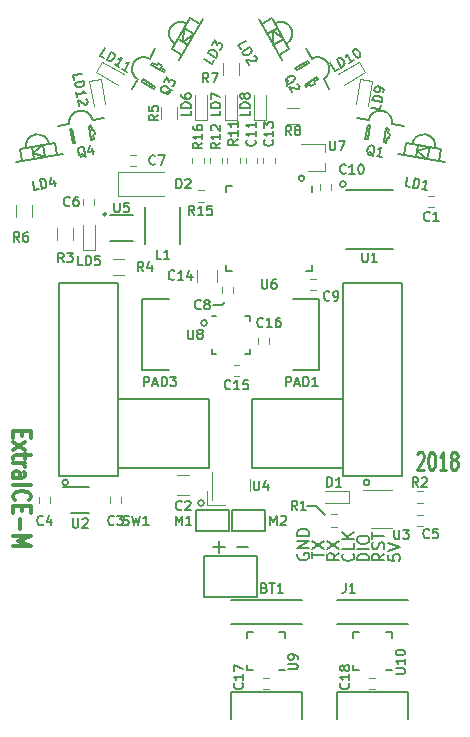
<source format=gbr>
G04 #@! TF.FileFunction,Legend,Top*
%FSLAX46Y46*%
G04 Gerber Fmt 4.6, Leading zero omitted, Abs format (unit mm)*
G04 Created by KiCad (PCBNEW 4.0.7) date 10/02/18 15:19:20*
%MOMM*%
%LPD*%
G01*
G04 APERTURE LIST*
%ADD10C,0.100000*%
%ADD11C,0.200000*%
%ADD12C,0.250000*%
%ADD13C,0.300000*%
%ADD14C,0.120000*%
%ADD15C,0.150000*%
G04 APERTURE END LIST*
D10*
D11*
X158329381Y-101139714D02*
X158329381Y-101615905D01*
X158805571Y-101663524D01*
X158757952Y-101615905D01*
X158710333Y-101520667D01*
X158710333Y-101282571D01*
X158757952Y-101187333D01*
X158805571Y-101139714D01*
X158900810Y-101092095D01*
X159138905Y-101092095D01*
X159234143Y-101139714D01*
X159281762Y-101187333D01*
X159329381Y-101282571D01*
X159329381Y-101520667D01*
X159281762Y-101615905D01*
X159234143Y-101663524D01*
X158329381Y-100806381D02*
X159329381Y-100473048D01*
X158329381Y-100139714D01*
X157995881Y-101044476D02*
X157519690Y-101377810D01*
X157995881Y-101615905D02*
X156995881Y-101615905D01*
X156995881Y-101234952D01*
X157043500Y-101139714D01*
X157091119Y-101092095D01*
X157186357Y-101044476D01*
X157329214Y-101044476D01*
X157424452Y-101092095D01*
X157472071Y-101139714D01*
X157519690Y-101234952D01*
X157519690Y-101615905D01*
X157948262Y-100663524D02*
X157995881Y-100520667D01*
X157995881Y-100282571D01*
X157948262Y-100187333D01*
X157900643Y-100139714D01*
X157805405Y-100092095D01*
X157710167Y-100092095D01*
X157614929Y-100139714D01*
X157567310Y-100187333D01*
X157519690Y-100282571D01*
X157472071Y-100473048D01*
X157424452Y-100568286D01*
X157376833Y-100615905D01*
X157281595Y-100663524D01*
X157186357Y-100663524D01*
X157091119Y-100615905D01*
X157043500Y-100568286D01*
X156995881Y-100473048D01*
X156995881Y-100234952D01*
X157043500Y-100092095D01*
X156995881Y-99806381D02*
X156995881Y-99234952D01*
X157995881Y-99520667D02*
X156995881Y-99520667D01*
X156725881Y-101615905D02*
X155725881Y-101615905D01*
X155725881Y-101377810D01*
X155773500Y-101234952D01*
X155868738Y-101139714D01*
X155963976Y-101092095D01*
X156154452Y-101044476D01*
X156297310Y-101044476D01*
X156487786Y-101092095D01*
X156583024Y-101139714D01*
X156678262Y-101234952D01*
X156725881Y-101377810D01*
X156725881Y-101615905D01*
X156725881Y-100615905D02*
X155725881Y-100615905D01*
X155725881Y-99949239D02*
X155725881Y-99758762D01*
X155773500Y-99663524D01*
X155868738Y-99568286D01*
X156059214Y-99520667D01*
X156392548Y-99520667D01*
X156583024Y-99568286D01*
X156678262Y-99663524D01*
X156725881Y-99758762D01*
X156725881Y-99949239D01*
X156678262Y-100044477D01*
X156583024Y-100139715D01*
X156392548Y-100187334D01*
X156059214Y-100187334D01*
X155868738Y-100139715D01*
X155773500Y-100044477D01*
X155725881Y-99949239D01*
X155360643Y-101044476D02*
X155408262Y-101092095D01*
X155455881Y-101234952D01*
X155455881Y-101330190D01*
X155408262Y-101473048D01*
X155313024Y-101568286D01*
X155217786Y-101615905D01*
X155027310Y-101663524D01*
X154884452Y-101663524D01*
X154693976Y-101615905D01*
X154598738Y-101568286D01*
X154503500Y-101473048D01*
X154455881Y-101330190D01*
X154455881Y-101234952D01*
X154503500Y-101092095D01*
X154551119Y-101044476D01*
X155455881Y-100139714D02*
X155455881Y-100615905D01*
X154455881Y-100615905D01*
X155455881Y-99806381D02*
X154455881Y-99806381D01*
X155455881Y-99234952D02*
X154884452Y-99663524D01*
X154455881Y-99234952D02*
X155027310Y-99806381D01*
X154185881Y-100980976D02*
X153709690Y-101314310D01*
X154185881Y-101552405D02*
X153185881Y-101552405D01*
X153185881Y-101171452D01*
X153233500Y-101076214D01*
X153281119Y-101028595D01*
X153376357Y-100980976D01*
X153519214Y-100980976D01*
X153614452Y-101028595D01*
X153662071Y-101076214D01*
X153709690Y-101171452D01*
X153709690Y-101552405D01*
X153185881Y-100647643D02*
X154185881Y-99980976D01*
X153185881Y-99980976D02*
X154185881Y-100647643D01*
X151915881Y-101441262D02*
X151915881Y-100869833D01*
X152915881Y-101155548D02*
X151915881Y-101155548D01*
X151915881Y-100631738D02*
X152915881Y-99965071D01*
X151915881Y-99965071D02*
X152915881Y-100631738D01*
X152250000Y-97000000D02*
X153000000Y-97750000D01*
X151500000Y-97000000D02*
X152250000Y-97000000D01*
X150693500Y-101028595D02*
X150645881Y-101123833D01*
X150645881Y-101266690D01*
X150693500Y-101409548D01*
X150788738Y-101504786D01*
X150883976Y-101552405D01*
X151074452Y-101600024D01*
X151217310Y-101600024D01*
X151407786Y-101552405D01*
X151503024Y-101504786D01*
X151598262Y-101409548D01*
X151645881Y-101266690D01*
X151645881Y-101171452D01*
X151598262Y-101028595D01*
X151550643Y-100980976D01*
X151217310Y-100980976D01*
X151217310Y-101171452D01*
X151645881Y-100552405D02*
X150645881Y-100552405D01*
X151645881Y-99980976D01*
X150645881Y-99980976D01*
X151645881Y-99504786D02*
X150645881Y-99504786D01*
X150645881Y-99266691D01*
X150693500Y-99123833D01*
X150788738Y-99028595D01*
X150883976Y-98980976D01*
X151074452Y-98933357D01*
X151217310Y-98933357D01*
X151407786Y-98980976D01*
X151503024Y-99028595D01*
X151598262Y-99123833D01*
X151645881Y-99266691D01*
X151645881Y-99504786D01*
X142750000Y-96750000D02*
G75*
G03X142750000Y-96750000I-250000J0D01*
G01*
X131250000Y-95000000D02*
G75*
G03X131250000Y-95000000I-250000J0D01*
G01*
X156750000Y-95000000D02*
G75*
G03X156750000Y-95000000I-250000J0D01*
G01*
X154750000Y-69750000D02*
G75*
G03X154750000Y-69750000I-250000J0D01*
G01*
X151250000Y-69250000D02*
G75*
G03X151250000Y-69250000I-250000J0D01*
G01*
X143000000Y-81500000D02*
G75*
G03X143000000Y-81500000I-250000J0D01*
G01*
D12*
X160785714Y-92571429D02*
X160833333Y-92500000D01*
X160928571Y-92428571D01*
X161166667Y-92428571D01*
X161261905Y-92500000D01*
X161309524Y-92571429D01*
X161357143Y-92714286D01*
X161357143Y-92857143D01*
X161309524Y-93071429D01*
X160738095Y-93928571D01*
X161357143Y-93928571D01*
X161976190Y-92428571D02*
X162071429Y-92428571D01*
X162166667Y-92500000D01*
X162214286Y-92571429D01*
X162261905Y-92714286D01*
X162309524Y-93000000D01*
X162309524Y-93357143D01*
X162261905Y-93642857D01*
X162214286Y-93785714D01*
X162166667Y-93857143D01*
X162071429Y-93928571D01*
X161976190Y-93928571D01*
X161880952Y-93857143D01*
X161833333Y-93785714D01*
X161785714Y-93642857D01*
X161738095Y-93357143D01*
X161738095Y-93000000D01*
X161785714Y-92714286D01*
X161833333Y-92571429D01*
X161880952Y-92500000D01*
X161976190Y-92428571D01*
X163261905Y-93928571D02*
X162690476Y-93928571D01*
X162976190Y-93928571D02*
X162976190Y-92428571D01*
X162880952Y-92642857D01*
X162785714Y-92785714D01*
X162690476Y-92857143D01*
X163833333Y-93071429D02*
X163738095Y-93000000D01*
X163690476Y-92928571D01*
X163642857Y-92785714D01*
X163642857Y-92714286D01*
X163690476Y-92571429D01*
X163738095Y-92500000D01*
X163833333Y-92428571D01*
X164023810Y-92428571D01*
X164119048Y-92500000D01*
X164166667Y-92571429D01*
X164214286Y-92714286D01*
X164214286Y-92785714D01*
X164166667Y-92928571D01*
X164119048Y-93000000D01*
X164023810Y-93071429D01*
X163833333Y-93071429D01*
X163738095Y-93142857D01*
X163690476Y-93214286D01*
X163642857Y-93357143D01*
X163642857Y-93642857D01*
X163690476Y-93785714D01*
X163738095Y-93857143D01*
X163833333Y-93928571D01*
X164023810Y-93928571D01*
X164119048Y-93857143D01*
X164166667Y-93785714D01*
X164214286Y-93642857D01*
X164214286Y-93357143D01*
X164166667Y-93214286D01*
X164119048Y-93142857D01*
X164023810Y-93071429D01*
D13*
X127357143Y-90642857D02*
X127357143Y-91042857D01*
X126571429Y-91214286D02*
X126571429Y-90642857D01*
X128071429Y-90642857D01*
X128071429Y-91214286D01*
X126571429Y-91614286D02*
X127571429Y-92242857D01*
X127571429Y-91614286D02*
X126571429Y-92242857D01*
X127571429Y-92528572D02*
X127571429Y-92985715D01*
X128071429Y-92700000D02*
X126785714Y-92700000D01*
X126642857Y-92757143D01*
X126571429Y-92871429D01*
X126571429Y-92985715D01*
X126571429Y-93385714D02*
X127571429Y-93385714D01*
X127285714Y-93385714D02*
X127428571Y-93442857D01*
X127500000Y-93500000D01*
X127571429Y-93614286D01*
X127571429Y-93728571D01*
X126571429Y-94642857D02*
X127357143Y-94642857D01*
X127500000Y-94585714D01*
X127571429Y-94471428D01*
X127571429Y-94242857D01*
X127500000Y-94128571D01*
X126642857Y-94642857D02*
X126571429Y-94528571D01*
X126571429Y-94242857D01*
X126642857Y-94128571D01*
X126785714Y-94071428D01*
X126928571Y-94071428D01*
X127071429Y-94128571D01*
X127142857Y-94242857D01*
X127142857Y-94528571D01*
X127214286Y-94642857D01*
X126571429Y-95214285D02*
X128071429Y-95214285D01*
X126714286Y-96471429D02*
X126642857Y-96414286D01*
X126571429Y-96242857D01*
X126571429Y-96128571D01*
X126642857Y-95957143D01*
X126785714Y-95842857D01*
X126928571Y-95785714D01*
X127214286Y-95728571D01*
X127428571Y-95728571D01*
X127714286Y-95785714D01*
X127857143Y-95842857D01*
X128000000Y-95957143D01*
X128071429Y-96128571D01*
X128071429Y-96242857D01*
X128000000Y-96414286D01*
X127928571Y-96471429D01*
X127357143Y-96985714D02*
X127357143Y-97385714D01*
X126571429Y-97557143D02*
X126571429Y-96985714D01*
X128071429Y-96985714D01*
X128071429Y-97557143D01*
X127142857Y-98071428D02*
X127142857Y-98985714D01*
X126571429Y-99557142D02*
X128071429Y-99557142D01*
X127000000Y-99957142D01*
X128071429Y-100357142D01*
X126571429Y-100357142D01*
D11*
X144250000Y-80000000D02*
X144500000Y-79750000D01*
X143500000Y-80000000D02*
X144250000Y-80000000D01*
X160000000Y-107000000D02*
X154000000Y-107000000D01*
X154000000Y-105000000D02*
X160000000Y-105000000D01*
X145000000Y-105000000D02*
X151000000Y-105000000D01*
X145000000Y-107000000D02*
X151000000Y-107000000D01*
D14*
X161750000Y-71720000D02*
X162250000Y-71720000D01*
X162250000Y-70780000D02*
X161750000Y-70780000D01*
X140500000Y-96100000D02*
X141500000Y-96100000D01*
X141500000Y-94400000D02*
X140500000Y-94400000D01*
X134780000Y-96250000D02*
X134780000Y-96750000D01*
X135720000Y-96750000D02*
X135720000Y-96250000D01*
X128780000Y-96250000D02*
X128780000Y-96750000D01*
X129720000Y-96750000D02*
X129720000Y-96250000D01*
X160750000Y-98720000D02*
X161250000Y-98720000D01*
X161250000Y-97780000D02*
X160750000Y-97780000D01*
X133470000Y-71500000D02*
X133470000Y-71000000D01*
X132530000Y-71000000D02*
X132530000Y-71500000D01*
X137000000Y-67280000D02*
X136500000Y-67280000D01*
X136500000Y-68220000D02*
X137000000Y-68220000D01*
X144280000Y-78500000D02*
X144280000Y-79000000D01*
X145220000Y-79000000D02*
X145220000Y-78500000D01*
X151750000Y-78720000D02*
X152250000Y-78720000D01*
X152250000Y-77780000D02*
X151750000Y-77780000D01*
X152530000Y-69750000D02*
X152530000Y-70250000D01*
X153470000Y-70250000D02*
X153470000Y-69750000D01*
X147220000Y-68000000D02*
X147220000Y-67500000D01*
X146280000Y-67500000D02*
X146280000Y-68000000D01*
X148720000Y-68000000D02*
X148720000Y-67500000D01*
X147780000Y-67500000D02*
X147780000Y-68000000D01*
X142150000Y-77000000D02*
X142150000Y-78000000D01*
X143850000Y-78000000D02*
X143850000Y-77000000D01*
X145250000Y-85970000D02*
X145750000Y-85970000D01*
X145750000Y-85030000D02*
X145250000Y-85030000D01*
X147280000Y-82750000D02*
X147280000Y-83250000D01*
X148220000Y-83250000D02*
X148220000Y-82750000D01*
X148250000Y-111530000D02*
X147750000Y-111530000D01*
X147750000Y-112470000D02*
X148250000Y-112470000D01*
X157250000Y-111530000D02*
X156750000Y-111530000D01*
X156750000Y-112470000D02*
X157250000Y-112470000D01*
X155050000Y-96750000D02*
X155050000Y-95750000D01*
X155050000Y-95750000D02*
X152950000Y-95750000D01*
X155050000Y-96750000D02*
X152950000Y-96750000D01*
X135500000Y-68750000D02*
X135500000Y-70750000D01*
X135500000Y-70750000D02*
X139400000Y-70750000D01*
X135500000Y-68750000D02*
X139400000Y-68750000D01*
D15*
X140750000Y-74850000D02*
X140750000Y-71650000D01*
X137750000Y-74850000D02*
X137750000Y-71650000D01*
X160854892Y-66443560D02*
X160681244Y-67428368D01*
X161666052Y-67602016D02*
X161839700Y-66617209D01*
X161839700Y-66617209D02*
X160768068Y-66935964D01*
X160768068Y-66935964D02*
X161666052Y-67602016D01*
X159204033Y-67167896D02*
X163143264Y-67862489D01*
X159696437Y-67254720D02*
X159870085Y-66269912D01*
X159870085Y-66269912D02*
X162824508Y-66790857D01*
X162824508Y-66790857D02*
X162650860Y-67775665D01*
X162332103Y-66704033D02*
G75*
G03X161520945Y-65545577I-984807J173649D01*
G01*
X161520944Y-65545577D02*
G75*
G03X160362489Y-66356736I-173648J-984807D01*
G01*
X148982051Y-56566987D02*
X148116025Y-57066987D01*
X148616025Y-57933013D02*
X149482051Y-57433013D01*
X149482051Y-57433013D02*
X148549038Y-56816987D01*
X148549038Y-56816987D02*
X148616025Y-57933013D01*
X147366025Y-55767949D02*
X149366025Y-59232051D01*
X147616025Y-56200962D02*
X148482051Y-55700962D01*
X148482051Y-55700962D02*
X149982051Y-58299038D01*
X149982051Y-58299038D02*
X149116025Y-58799038D01*
X149732051Y-57866025D02*
G75*
G03X150098076Y-56500000I-500000J866025D01*
G01*
X150098076Y-56500000D02*
G75*
G03X148732051Y-56133975I-866025J-500000D01*
G01*
X140517949Y-57433013D02*
X141383975Y-57933013D01*
X141883975Y-57066987D02*
X141017949Y-56566987D01*
X141017949Y-56566987D02*
X140950962Y-57683013D01*
X140950962Y-57683013D02*
X141883975Y-57066987D01*
X140633975Y-59232051D02*
X142633975Y-55767949D01*
X140883975Y-58799038D02*
X140017949Y-58299038D01*
X140017949Y-58299038D02*
X141517949Y-55700962D01*
X141517949Y-55700962D02*
X142383975Y-56200962D01*
X141267949Y-56133975D02*
G75*
G03X139901924Y-56500000I-500000J-866025D01*
G01*
X139901924Y-56500000D02*
G75*
G03X140267949Y-57866025I866025J-500000D01*
G01*
X128160300Y-66617209D02*
X128333948Y-67602016D01*
X129318756Y-67428368D02*
X129145108Y-66443560D01*
X129145108Y-66443560D02*
X128247124Y-67109612D01*
X128247124Y-67109612D02*
X129318756Y-67428368D01*
X126856736Y-67862489D02*
X130795967Y-67167896D01*
X127349140Y-67775665D02*
X127175492Y-66790857D01*
X127175492Y-66790857D02*
X130129915Y-66269912D01*
X130129915Y-66269912D02*
X130303563Y-67254720D01*
X129637511Y-66356735D02*
G75*
G03X128479055Y-65545577I-984807J-173649D01*
G01*
X128479055Y-65545576D02*
G75*
G03X127667896Y-66704033I173649J-984808D01*
G01*
D14*
X132500000Y-75300000D02*
X133500000Y-75300000D01*
X133500000Y-75300000D02*
X133500000Y-73200000D01*
X132500000Y-75300000D02*
X132500000Y-73200000D01*
X142000000Y-64300000D02*
X143000000Y-64300000D01*
X143000000Y-64300000D02*
X143000000Y-62200000D01*
X142000000Y-64300000D02*
X142000000Y-62200000D01*
X144500000Y-64300000D02*
X145500000Y-64300000D01*
X145500000Y-64300000D02*
X145500000Y-62200000D01*
X144500000Y-64300000D02*
X144500000Y-62200000D01*
X147000000Y-64300000D02*
X148000000Y-64300000D01*
X148000000Y-64300000D02*
X148000000Y-62200000D01*
X147000000Y-64300000D02*
X147000000Y-62200000D01*
X156968147Y-61056574D02*
X155983339Y-60882926D01*
X155983339Y-60882926D02*
X155618678Y-62951022D01*
X156968147Y-61056574D02*
X156603485Y-63124670D01*
X156375833Y-60283013D02*
X155875833Y-59416987D01*
X155875833Y-59416987D02*
X154057180Y-60466987D01*
X156375833Y-60283013D02*
X154557180Y-61333013D01*
X134124167Y-59416987D02*
X133624167Y-60283013D01*
X133624167Y-60283013D02*
X135442820Y-61333013D01*
X134124167Y-59416987D02*
X135942820Y-60466987D01*
X134016661Y-60882926D02*
X133031853Y-61056574D01*
X133031853Y-61056574D02*
X133396515Y-63124670D01*
X134016661Y-60882926D02*
X134381322Y-62951022D01*
D15*
X142100000Y-99150000D02*
X144900000Y-99150000D01*
X144900000Y-97350000D02*
X142100000Y-97350000D01*
X144900000Y-97350000D02*
X144900000Y-99150000D01*
X142100000Y-99150000D02*
X142100000Y-97350000D01*
X145100000Y-99150000D02*
X147900000Y-99150000D01*
X147900000Y-97350000D02*
X145100000Y-97350000D01*
X147900000Y-97350000D02*
X147900000Y-99150000D01*
X145100000Y-99150000D02*
X145100000Y-97350000D01*
X151000000Y-115000000D02*
X151000000Y-112750000D01*
X151000000Y-112750000D02*
X145000000Y-112750000D01*
X145000000Y-112750000D02*
X145000000Y-115000000D01*
X160000000Y-115000000D02*
X160000000Y-112750000D01*
X160000000Y-112750000D02*
X154000000Y-112750000D01*
X154000000Y-112750000D02*
X154000000Y-115000000D01*
X158195074Y-65013304D02*
X158392035Y-65048034D01*
X158392035Y-65048034D02*
X158322576Y-65441957D01*
X158322576Y-65441957D02*
X158519537Y-65476687D01*
X158519537Y-65476687D02*
X158450078Y-65870610D01*
X158450078Y-65870610D02*
X158253117Y-65835880D01*
X158253117Y-65835880D02*
X158183657Y-66229803D01*
X158183657Y-66229803D02*
X157986696Y-66195074D01*
X157986696Y-66195074D02*
X158195074Y-65013304D01*
X156619381Y-64735467D02*
X156411003Y-65917236D01*
X156411003Y-65917236D02*
X156607965Y-65951966D01*
X156607965Y-65951966D02*
X156816343Y-64770197D01*
X156816343Y-64770197D02*
X156619381Y-64735467D01*
X158658456Y-64688840D02*
X159643264Y-64862489D01*
X155704033Y-64167896D02*
X156688840Y-64341544D01*
X157847296Y-63530384D02*
G75*
G03X156688840Y-64341544I-173648J-984808D01*
G01*
X158658456Y-64688840D02*
G75*
G03X157847296Y-63530384I-984808J173648D01*
G01*
X152319615Y-60719615D02*
X152419615Y-60892820D01*
X152419615Y-60892820D02*
X152073205Y-61092820D01*
X152073205Y-61092820D02*
X152173205Y-61266025D01*
X152173205Y-61266025D02*
X151826795Y-61466025D01*
X151826795Y-61466025D02*
X151726795Y-61292820D01*
X151726795Y-61292820D02*
X151380385Y-61492820D01*
X151380385Y-61492820D02*
X151280385Y-61319615D01*
X151280385Y-61319615D02*
X152319615Y-60719615D01*
X151519615Y-59333975D02*
X150480385Y-59933975D01*
X150480385Y-59933975D02*
X150580385Y-60107180D01*
X150580385Y-60107180D02*
X151619615Y-59507180D01*
X151619615Y-59507180D02*
X151519615Y-59333975D01*
X152866025Y-60866025D02*
X153366025Y-61732051D01*
X151366025Y-58267949D02*
X151866025Y-59133975D01*
X153232050Y-59500000D02*
G75*
G03X151866025Y-59133975I-866025J-500000D01*
G01*
X152866025Y-60866026D02*
G75*
G03X153232051Y-59500000I-500000J866026D01*
G01*
X138280385Y-59680385D02*
X138380385Y-59507180D01*
X138380385Y-59507180D02*
X138726795Y-59707180D01*
X138726795Y-59707180D02*
X138826795Y-59533975D01*
X138826795Y-59533975D02*
X139173205Y-59733975D01*
X139173205Y-59733975D02*
X139073205Y-59907180D01*
X139073205Y-59907180D02*
X139419615Y-60107180D01*
X139419615Y-60107180D02*
X139319615Y-60280385D01*
X139319615Y-60280385D02*
X138280385Y-59680385D01*
X137480385Y-61066025D02*
X138519615Y-61666025D01*
X138519615Y-61666025D02*
X138619615Y-61492820D01*
X138619615Y-61492820D02*
X137580385Y-60892820D01*
X137580385Y-60892820D02*
X137480385Y-61066025D01*
X138133975Y-59133975D02*
X138633975Y-58267949D01*
X136633975Y-61732051D02*
X137133975Y-60866025D01*
X136767950Y-59500000D02*
G75*
G03X137133975Y-60866025I866025J-500000D01*
G01*
X138133975Y-59133974D02*
G75*
G03X136767949Y-59500000I-500000J-866026D01*
G01*
X132986696Y-64804926D02*
X133183657Y-64770197D01*
X133183657Y-64770197D02*
X133253117Y-65164120D01*
X133253117Y-65164120D02*
X133450078Y-65129390D01*
X133450078Y-65129390D02*
X133519537Y-65523313D01*
X133519537Y-65523313D02*
X133322576Y-65558043D01*
X133322576Y-65558043D02*
X133392035Y-65951966D01*
X133392035Y-65951966D02*
X133195074Y-65986696D01*
X133195074Y-65986696D02*
X132986696Y-64804926D01*
X131411003Y-65082764D02*
X131619381Y-66264533D01*
X131619381Y-66264533D02*
X131816343Y-66229803D01*
X131816343Y-66229803D02*
X131607965Y-65048034D01*
X131607965Y-65048034D02*
X131411003Y-65082764D01*
X133311160Y-64341544D02*
X134295967Y-64167896D01*
X130356736Y-64862489D02*
X131341544Y-64688840D01*
X132152704Y-63530384D02*
G75*
G03X131341544Y-64688840I173648J-984808D01*
G01*
X133311160Y-64341544D02*
G75*
G03X132152704Y-63530384I-984808J-173648D01*
G01*
D14*
X153500000Y-98780000D02*
X154000000Y-98780000D01*
X154000000Y-97720000D02*
X153500000Y-97720000D01*
X160750000Y-96780000D02*
X161250000Y-96780000D01*
X161250000Y-95720000D02*
X160750000Y-95720000D01*
X130320000Y-74500000D02*
X130320000Y-73500000D01*
X131680000Y-73500000D02*
X131680000Y-74500000D01*
X136000000Y-77430000D02*
X135000000Y-77430000D01*
X135000000Y-76070000D02*
X136000000Y-76070000D01*
X139070000Y-64250000D02*
X139070000Y-63250000D01*
X140430000Y-63250000D02*
X140430000Y-64250000D01*
X126820000Y-72500000D02*
X126820000Y-71500000D01*
X128180000Y-71500000D02*
X128180000Y-72500000D01*
X145680000Y-59500000D02*
X145680000Y-60500000D01*
X144320000Y-60500000D02*
X144320000Y-59500000D01*
X150750000Y-64680000D02*
X149750000Y-64680000D01*
X149750000Y-63320000D02*
X150750000Y-63320000D01*
X144720000Y-67500000D02*
X144720000Y-68000000D01*
X145780000Y-68000000D02*
X145780000Y-67500000D01*
X143220000Y-67500000D02*
X143220000Y-68000000D01*
X144280000Y-68000000D02*
X144280000Y-67500000D01*
X142250000Y-71280000D02*
X142750000Y-71280000D01*
X142750000Y-70220000D02*
X142250000Y-70220000D01*
X141720000Y-67500000D02*
X141720000Y-68000000D01*
X142780000Y-68000000D02*
X142780000Y-67500000D01*
D15*
X158750000Y-75250000D02*
X154750000Y-75250000D01*
X154750000Y-70250000D02*
X158750000Y-70250000D01*
X131525000Y-97600000D02*
X132975000Y-97600000D01*
X130800000Y-95400000D02*
X132975000Y-95400000D01*
D14*
X156850000Y-98860000D02*
X158650000Y-98860000D01*
X158650000Y-95640000D02*
X156200000Y-95640000D01*
X144500000Y-96950000D02*
X143000000Y-96950000D01*
X143000000Y-96950000D02*
X143000000Y-95750000D01*
X146620000Y-94750000D02*
X146620000Y-95750000D01*
X143380000Y-96500000D02*
X143380000Y-94130000D01*
D15*
X134491421Y-72300000D02*
G75*
G03X134491421Y-72300000I-141421J0D01*
G01*
X134750000Y-74600000D02*
X136750000Y-74600000D01*
X134750000Y-72400000D02*
X136750000Y-72400000D01*
X151875000Y-77125000D02*
X151350000Y-77125000D01*
X144625000Y-69875000D02*
X145150000Y-69875000D01*
X144625000Y-77125000D02*
X145150000Y-77125000D01*
X151875000Y-69875000D02*
X151875000Y-70400000D01*
X144625000Y-69875000D02*
X144625000Y-70400000D01*
X144625000Y-77125000D02*
X144625000Y-76600000D01*
X151875000Y-77125000D02*
X151875000Y-76600000D01*
D14*
X152980000Y-68000000D02*
X152980000Y-68660000D01*
X152980000Y-66340000D02*
X152980000Y-67000000D01*
X152980000Y-66340000D02*
X150950000Y-66340000D01*
X151570000Y-68660000D02*
X152980000Y-68660000D01*
D15*
X143400000Y-84100000D02*
X143400000Y-83700000D01*
X143400000Y-84100000D02*
X143800000Y-84100000D01*
X146600000Y-84100000D02*
X146600000Y-83700000D01*
X146600000Y-84100000D02*
X146200000Y-84100000D01*
X146600000Y-80900000D02*
X146600000Y-81300000D01*
X146600000Y-80900000D02*
X146200000Y-80900000D01*
X143400000Y-80900000D02*
X143800000Y-80900000D01*
X146375000Y-110925000D02*
X146375000Y-110425000D01*
X149625000Y-107675000D02*
X149625000Y-108175000D01*
X146375000Y-107675000D02*
X146375000Y-108175000D01*
X149625000Y-110925000D02*
X149125000Y-110925000D01*
X149625000Y-107675000D02*
X149125000Y-107675000D01*
X146375000Y-107675000D02*
X146875000Y-107675000D01*
X146375000Y-110925000D02*
X146875000Y-110925000D01*
X155375000Y-110925000D02*
X155375000Y-110425000D01*
X158625000Y-107675000D02*
X158625000Y-108175000D01*
X155375000Y-107675000D02*
X155375000Y-108175000D01*
X158625000Y-110925000D02*
X158125000Y-110925000D01*
X158625000Y-107675000D02*
X158125000Y-107675000D01*
X155375000Y-107675000D02*
X155875000Y-107675000D01*
X155375000Y-110925000D02*
X155875000Y-110925000D01*
X145500000Y-100500000D02*
X146500000Y-100500000D01*
X144000000Y-100000000D02*
X144000000Y-101000000D01*
X143500000Y-100500000D02*
X144500000Y-100500000D01*
X142750000Y-104700000D02*
X142750000Y-101200000D01*
X147250000Y-101200000D02*
X147250000Y-104700000D01*
X142750000Y-104700000D02*
X147250000Y-104700000D01*
X142750000Y-101200000D02*
X147250000Y-101200000D01*
X143200000Y-93750000D02*
X143200000Y-87950000D01*
X143200000Y-93750000D02*
X135450000Y-93750000D01*
X143200000Y-87950000D02*
X135450000Y-87950000D01*
X130450000Y-94500000D02*
X135450000Y-94500000D01*
X135450000Y-78100000D02*
X130450000Y-78100000D01*
X130450000Y-78100000D02*
X130450000Y-94500000D01*
X135450000Y-78100000D02*
X135450000Y-94500000D01*
X139750000Y-79500000D02*
X137500000Y-79500000D01*
X137500000Y-79500000D02*
X137500000Y-85500000D01*
X137500000Y-85500000D02*
X139750000Y-85500000D01*
X146800000Y-93750000D02*
X146800000Y-87950000D01*
X146800000Y-93750000D02*
X154550000Y-93750000D01*
X146800000Y-87950000D02*
X154550000Y-87950000D01*
X159550000Y-94500000D02*
X154550000Y-94500000D01*
X154550000Y-78100000D02*
X159550000Y-78100000D01*
X159550000Y-78100000D02*
X159550000Y-94500000D01*
X154550000Y-78100000D02*
X154550000Y-94500000D01*
X150250000Y-85500000D02*
X152500000Y-85500000D01*
X152500000Y-85500000D02*
X152500000Y-79500000D01*
X152500000Y-79500000D02*
X150250000Y-79500000D01*
X161866667Y-72805714D02*
X161828572Y-72843810D01*
X161714286Y-72881905D01*
X161638096Y-72881905D01*
X161523810Y-72843810D01*
X161447619Y-72767619D01*
X161409524Y-72691429D01*
X161371429Y-72539048D01*
X161371429Y-72424762D01*
X161409524Y-72272381D01*
X161447619Y-72196190D01*
X161523810Y-72120000D01*
X161638096Y-72081905D01*
X161714286Y-72081905D01*
X161828572Y-72120000D01*
X161866667Y-72158095D01*
X162628572Y-72881905D02*
X162171429Y-72881905D01*
X162400000Y-72881905D02*
X162400000Y-72081905D01*
X162323810Y-72196190D01*
X162247619Y-72272381D01*
X162171429Y-72310476D01*
X140866667Y-97285714D02*
X140828572Y-97323810D01*
X140714286Y-97361905D01*
X140638096Y-97361905D01*
X140523810Y-97323810D01*
X140447619Y-97247619D01*
X140409524Y-97171429D01*
X140371429Y-97019048D01*
X140371429Y-96904762D01*
X140409524Y-96752381D01*
X140447619Y-96676190D01*
X140523810Y-96600000D01*
X140638096Y-96561905D01*
X140714286Y-96561905D01*
X140828572Y-96600000D01*
X140866667Y-96638095D01*
X141171429Y-96638095D02*
X141209524Y-96600000D01*
X141285715Y-96561905D01*
X141476191Y-96561905D01*
X141552381Y-96600000D01*
X141590477Y-96638095D01*
X141628572Y-96714286D01*
X141628572Y-96790476D01*
X141590477Y-96904762D01*
X141133334Y-97361905D01*
X141628572Y-97361905D01*
X135116667Y-98535714D02*
X135078572Y-98573810D01*
X134964286Y-98611905D01*
X134888096Y-98611905D01*
X134773810Y-98573810D01*
X134697619Y-98497619D01*
X134659524Y-98421429D01*
X134621429Y-98269048D01*
X134621429Y-98154762D01*
X134659524Y-98002381D01*
X134697619Y-97926190D01*
X134773810Y-97850000D01*
X134888096Y-97811905D01*
X134964286Y-97811905D01*
X135078572Y-97850000D01*
X135116667Y-97888095D01*
X135383334Y-97811905D02*
X135878572Y-97811905D01*
X135611905Y-98116667D01*
X135726191Y-98116667D01*
X135802381Y-98154762D01*
X135840477Y-98192857D01*
X135878572Y-98269048D01*
X135878572Y-98459524D01*
X135840477Y-98535714D01*
X135802381Y-98573810D01*
X135726191Y-98611905D01*
X135497619Y-98611905D01*
X135421429Y-98573810D01*
X135383334Y-98535714D01*
X129116667Y-98535714D02*
X129078572Y-98573810D01*
X128964286Y-98611905D01*
X128888096Y-98611905D01*
X128773810Y-98573810D01*
X128697619Y-98497619D01*
X128659524Y-98421429D01*
X128621429Y-98269048D01*
X128621429Y-98154762D01*
X128659524Y-98002381D01*
X128697619Y-97926190D01*
X128773810Y-97850000D01*
X128888096Y-97811905D01*
X128964286Y-97811905D01*
X129078572Y-97850000D01*
X129116667Y-97888095D01*
X129802381Y-98078571D02*
X129802381Y-98611905D01*
X129611905Y-97773810D02*
X129421429Y-98345238D01*
X129916667Y-98345238D01*
X161791667Y-99663214D02*
X161753572Y-99701310D01*
X161639286Y-99739405D01*
X161563096Y-99739405D01*
X161448810Y-99701310D01*
X161372619Y-99625119D01*
X161334524Y-99548929D01*
X161296429Y-99396548D01*
X161296429Y-99282262D01*
X161334524Y-99129881D01*
X161372619Y-99053690D01*
X161448810Y-98977500D01*
X161563096Y-98939405D01*
X161639286Y-98939405D01*
X161753572Y-98977500D01*
X161791667Y-99015595D01*
X162515477Y-98939405D02*
X162134524Y-98939405D01*
X162096429Y-99320357D01*
X162134524Y-99282262D01*
X162210715Y-99244167D01*
X162401191Y-99244167D01*
X162477381Y-99282262D01*
X162515477Y-99320357D01*
X162553572Y-99396548D01*
X162553572Y-99587024D01*
X162515477Y-99663214D01*
X162477381Y-99701310D01*
X162401191Y-99739405D01*
X162210715Y-99739405D01*
X162134524Y-99701310D01*
X162096429Y-99663214D01*
X131366667Y-71535714D02*
X131328572Y-71573810D01*
X131214286Y-71611905D01*
X131138096Y-71611905D01*
X131023810Y-71573810D01*
X130947619Y-71497619D01*
X130909524Y-71421429D01*
X130871429Y-71269048D01*
X130871429Y-71154762D01*
X130909524Y-71002381D01*
X130947619Y-70926190D01*
X131023810Y-70850000D01*
X131138096Y-70811905D01*
X131214286Y-70811905D01*
X131328572Y-70850000D01*
X131366667Y-70888095D01*
X132052381Y-70811905D02*
X131900000Y-70811905D01*
X131823810Y-70850000D01*
X131785715Y-70888095D01*
X131709524Y-71002381D01*
X131671429Y-71154762D01*
X131671429Y-71459524D01*
X131709524Y-71535714D01*
X131747619Y-71573810D01*
X131823810Y-71611905D01*
X131976191Y-71611905D01*
X132052381Y-71573810D01*
X132090477Y-71535714D01*
X132128572Y-71459524D01*
X132128572Y-71269048D01*
X132090477Y-71192857D01*
X132052381Y-71154762D01*
X131976191Y-71116667D01*
X131823810Y-71116667D01*
X131747619Y-71154762D01*
X131709524Y-71192857D01*
X131671429Y-71269048D01*
X138616667Y-68035714D02*
X138578572Y-68073810D01*
X138464286Y-68111905D01*
X138388096Y-68111905D01*
X138273810Y-68073810D01*
X138197619Y-67997619D01*
X138159524Y-67921429D01*
X138121429Y-67769048D01*
X138121429Y-67654762D01*
X138159524Y-67502381D01*
X138197619Y-67426190D01*
X138273810Y-67350000D01*
X138388096Y-67311905D01*
X138464286Y-67311905D01*
X138578572Y-67350000D01*
X138616667Y-67388095D01*
X138883334Y-67311905D02*
X139416667Y-67311905D01*
X139073810Y-68111905D01*
X142466667Y-80285714D02*
X142428572Y-80323810D01*
X142314286Y-80361905D01*
X142238096Y-80361905D01*
X142123810Y-80323810D01*
X142047619Y-80247619D01*
X142009524Y-80171429D01*
X141971429Y-80019048D01*
X141971429Y-79904762D01*
X142009524Y-79752381D01*
X142047619Y-79676190D01*
X142123810Y-79600000D01*
X142238096Y-79561905D01*
X142314286Y-79561905D01*
X142428572Y-79600000D01*
X142466667Y-79638095D01*
X142923810Y-79904762D02*
X142847619Y-79866667D01*
X142809524Y-79828571D01*
X142771429Y-79752381D01*
X142771429Y-79714286D01*
X142809524Y-79638095D01*
X142847619Y-79600000D01*
X142923810Y-79561905D01*
X143076191Y-79561905D01*
X143152381Y-79600000D01*
X143190477Y-79638095D01*
X143228572Y-79714286D01*
X143228572Y-79752381D01*
X143190477Y-79828571D01*
X143152381Y-79866667D01*
X143076191Y-79904762D01*
X142923810Y-79904762D01*
X142847619Y-79942857D01*
X142809524Y-79980952D01*
X142771429Y-80057143D01*
X142771429Y-80209524D01*
X142809524Y-80285714D01*
X142847619Y-80323810D01*
X142923810Y-80361905D01*
X143076191Y-80361905D01*
X143152381Y-80323810D01*
X143190477Y-80285714D01*
X143228572Y-80209524D01*
X143228572Y-80057143D01*
X143190477Y-79980952D01*
X143152381Y-79942857D01*
X143076191Y-79904762D01*
X153366667Y-79535714D02*
X153328572Y-79573810D01*
X153214286Y-79611905D01*
X153138096Y-79611905D01*
X153023810Y-79573810D01*
X152947619Y-79497619D01*
X152909524Y-79421429D01*
X152871429Y-79269048D01*
X152871429Y-79154762D01*
X152909524Y-79002381D01*
X152947619Y-78926190D01*
X153023810Y-78850000D01*
X153138096Y-78811905D01*
X153214286Y-78811905D01*
X153328572Y-78850000D01*
X153366667Y-78888095D01*
X153747619Y-79611905D02*
X153900000Y-79611905D01*
X153976191Y-79573810D01*
X154014286Y-79535714D01*
X154090477Y-79421429D01*
X154128572Y-79269048D01*
X154128572Y-78964286D01*
X154090477Y-78888095D01*
X154052381Y-78850000D01*
X153976191Y-78811905D01*
X153823810Y-78811905D01*
X153747619Y-78850000D01*
X153709524Y-78888095D01*
X153671429Y-78964286D01*
X153671429Y-79154762D01*
X153709524Y-79230952D01*
X153747619Y-79269048D01*
X153823810Y-79307143D01*
X153976191Y-79307143D01*
X154052381Y-79269048D01*
X154090477Y-79230952D01*
X154128572Y-79154762D01*
X154735714Y-68785714D02*
X154697619Y-68823810D01*
X154583333Y-68861905D01*
X154507143Y-68861905D01*
X154392857Y-68823810D01*
X154316666Y-68747619D01*
X154278571Y-68671429D01*
X154240476Y-68519048D01*
X154240476Y-68404762D01*
X154278571Y-68252381D01*
X154316666Y-68176190D01*
X154392857Y-68100000D01*
X154507143Y-68061905D01*
X154583333Y-68061905D01*
X154697619Y-68100000D01*
X154735714Y-68138095D01*
X155497619Y-68861905D02*
X155040476Y-68861905D01*
X155269047Y-68861905D02*
X155269047Y-68061905D01*
X155192857Y-68176190D01*
X155116666Y-68252381D01*
X155040476Y-68290476D01*
X155992857Y-68061905D02*
X156069048Y-68061905D01*
X156145238Y-68100000D01*
X156183333Y-68138095D01*
X156221429Y-68214286D01*
X156259524Y-68366667D01*
X156259524Y-68557143D01*
X156221429Y-68709524D01*
X156183333Y-68785714D01*
X156145238Y-68823810D01*
X156069048Y-68861905D01*
X155992857Y-68861905D01*
X155916667Y-68823810D01*
X155878571Y-68785714D01*
X155840476Y-68709524D01*
X155802381Y-68557143D01*
X155802381Y-68366667D01*
X155840476Y-68214286D01*
X155878571Y-68138095D01*
X155916667Y-68100000D01*
X155992857Y-68061905D01*
X147035714Y-66014286D02*
X147073810Y-66052381D01*
X147111905Y-66166667D01*
X147111905Y-66242857D01*
X147073810Y-66357143D01*
X146997619Y-66433334D01*
X146921429Y-66471429D01*
X146769048Y-66509524D01*
X146654762Y-66509524D01*
X146502381Y-66471429D01*
X146426190Y-66433334D01*
X146350000Y-66357143D01*
X146311905Y-66242857D01*
X146311905Y-66166667D01*
X146350000Y-66052381D01*
X146388095Y-66014286D01*
X147111905Y-65252381D02*
X147111905Y-65709524D01*
X147111905Y-65480953D02*
X146311905Y-65480953D01*
X146426190Y-65557143D01*
X146502381Y-65633334D01*
X146540476Y-65709524D01*
X147111905Y-64490476D02*
X147111905Y-64947619D01*
X147111905Y-64719048D02*
X146311905Y-64719048D01*
X146426190Y-64795238D01*
X146502381Y-64871429D01*
X146540476Y-64947619D01*
X148535714Y-66014286D02*
X148573810Y-66052381D01*
X148611905Y-66166667D01*
X148611905Y-66242857D01*
X148573810Y-66357143D01*
X148497619Y-66433334D01*
X148421429Y-66471429D01*
X148269048Y-66509524D01*
X148154762Y-66509524D01*
X148002381Y-66471429D01*
X147926190Y-66433334D01*
X147850000Y-66357143D01*
X147811905Y-66242857D01*
X147811905Y-66166667D01*
X147850000Y-66052381D01*
X147888095Y-66014286D01*
X148611905Y-65252381D02*
X148611905Y-65709524D01*
X148611905Y-65480953D02*
X147811905Y-65480953D01*
X147926190Y-65557143D01*
X148002381Y-65633334D01*
X148040476Y-65709524D01*
X147811905Y-64985714D02*
X147811905Y-64490476D01*
X148116667Y-64757143D01*
X148116667Y-64642857D01*
X148154762Y-64566667D01*
X148192857Y-64528571D01*
X148269048Y-64490476D01*
X148459524Y-64490476D01*
X148535714Y-64528571D01*
X148573810Y-64566667D01*
X148611905Y-64642857D01*
X148611905Y-64871429D01*
X148573810Y-64947619D01*
X148535714Y-64985714D01*
X140235714Y-77785714D02*
X140197619Y-77823810D01*
X140083333Y-77861905D01*
X140007143Y-77861905D01*
X139892857Y-77823810D01*
X139816666Y-77747619D01*
X139778571Y-77671429D01*
X139740476Y-77519048D01*
X139740476Y-77404762D01*
X139778571Y-77252381D01*
X139816666Y-77176190D01*
X139892857Y-77100000D01*
X140007143Y-77061905D01*
X140083333Y-77061905D01*
X140197619Y-77100000D01*
X140235714Y-77138095D01*
X140997619Y-77861905D02*
X140540476Y-77861905D01*
X140769047Y-77861905D02*
X140769047Y-77061905D01*
X140692857Y-77176190D01*
X140616666Y-77252381D01*
X140540476Y-77290476D01*
X141683333Y-77328571D02*
X141683333Y-77861905D01*
X141492857Y-77023810D02*
X141302381Y-77595238D01*
X141797619Y-77595238D01*
X144985714Y-87055714D02*
X144947619Y-87093810D01*
X144833333Y-87131905D01*
X144757143Y-87131905D01*
X144642857Y-87093810D01*
X144566666Y-87017619D01*
X144528571Y-86941429D01*
X144490476Y-86789048D01*
X144490476Y-86674762D01*
X144528571Y-86522381D01*
X144566666Y-86446190D01*
X144642857Y-86370000D01*
X144757143Y-86331905D01*
X144833333Y-86331905D01*
X144947619Y-86370000D01*
X144985714Y-86408095D01*
X145747619Y-87131905D02*
X145290476Y-87131905D01*
X145519047Y-87131905D02*
X145519047Y-86331905D01*
X145442857Y-86446190D01*
X145366666Y-86522381D01*
X145290476Y-86560476D01*
X146471429Y-86331905D02*
X146090476Y-86331905D01*
X146052381Y-86712857D01*
X146090476Y-86674762D01*
X146166667Y-86636667D01*
X146357143Y-86636667D01*
X146433333Y-86674762D01*
X146471429Y-86712857D01*
X146509524Y-86789048D01*
X146509524Y-86979524D01*
X146471429Y-87055714D01*
X146433333Y-87093810D01*
X146357143Y-87131905D01*
X146166667Y-87131905D01*
X146090476Y-87093810D01*
X146052381Y-87055714D01*
X147735714Y-81785714D02*
X147697619Y-81823810D01*
X147583333Y-81861905D01*
X147507143Y-81861905D01*
X147392857Y-81823810D01*
X147316666Y-81747619D01*
X147278571Y-81671429D01*
X147240476Y-81519048D01*
X147240476Y-81404762D01*
X147278571Y-81252381D01*
X147316666Y-81176190D01*
X147392857Y-81100000D01*
X147507143Y-81061905D01*
X147583333Y-81061905D01*
X147697619Y-81100000D01*
X147735714Y-81138095D01*
X148497619Y-81861905D02*
X148040476Y-81861905D01*
X148269047Y-81861905D02*
X148269047Y-81061905D01*
X148192857Y-81176190D01*
X148116666Y-81252381D01*
X148040476Y-81290476D01*
X149183333Y-81061905D02*
X149030952Y-81061905D01*
X148954762Y-81100000D01*
X148916667Y-81138095D01*
X148840476Y-81252381D01*
X148802381Y-81404762D01*
X148802381Y-81709524D01*
X148840476Y-81785714D01*
X148878571Y-81823810D01*
X148954762Y-81861905D01*
X149107143Y-81861905D01*
X149183333Y-81823810D01*
X149221429Y-81785714D01*
X149259524Y-81709524D01*
X149259524Y-81519048D01*
X149221429Y-81442857D01*
X149183333Y-81404762D01*
X149107143Y-81366667D01*
X148954762Y-81366667D01*
X148878571Y-81404762D01*
X148840476Y-81442857D01*
X148802381Y-81519048D01*
X145985714Y-112014286D02*
X146023810Y-112052381D01*
X146061905Y-112166667D01*
X146061905Y-112242857D01*
X146023810Y-112357143D01*
X145947619Y-112433334D01*
X145871429Y-112471429D01*
X145719048Y-112509524D01*
X145604762Y-112509524D01*
X145452381Y-112471429D01*
X145376190Y-112433334D01*
X145300000Y-112357143D01*
X145261905Y-112242857D01*
X145261905Y-112166667D01*
X145300000Y-112052381D01*
X145338095Y-112014286D01*
X146061905Y-111252381D02*
X146061905Y-111709524D01*
X146061905Y-111480953D02*
X145261905Y-111480953D01*
X145376190Y-111557143D01*
X145452381Y-111633334D01*
X145490476Y-111709524D01*
X145261905Y-110985714D02*
X145261905Y-110452381D01*
X146061905Y-110795238D01*
X154985714Y-112014286D02*
X155023810Y-112052381D01*
X155061905Y-112166667D01*
X155061905Y-112242857D01*
X155023810Y-112357143D01*
X154947619Y-112433334D01*
X154871429Y-112471429D01*
X154719048Y-112509524D01*
X154604762Y-112509524D01*
X154452381Y-112471429D01*
X154376190Y-112433334D01*
X154300000Y-112357143D01*
X154261905Y-112242857D01*
X154261905Y-112166667D01*
X154300000Y-112052381D01*
X154338095Y-112014286D01*
X155061905Y-111252381D02*
X155061905Y-111709524D01*
X155061905Y-111480953D02*
X154261905Y-111480953D01*
X154376190Y-111557143D01*
X154452381Y-111633334D01*
X154490476Y-111709524D01*
X154604762Y-110795238D02*
X154566667Y-110871429D01*
X154528571Y-110909524D01*
X154452381Y-110947619D01*
X154414286Y-110947619D01*
X154338095Y-110909524D01*
X154300000Y-110871429D01*
X154261905Y-110795238D01*
X154261905Y-110642857D01*
X154300000Y-110566667D01*
X154338095Y-110528571D01*
X154414286Y-110490476D01*
X154452381Y-110490476D01*
X154528571Y-110528571D01*
X154566667Y-110566667D01*
X154604762Y-110642857D01*
X154604762Y-110795238D01*
X154642857Y-110871429D01*
X154680952Y-110909524D01*
X154757143Y-110947619D01*
X154909524Y-110947619D01*
X154985714Y-110909524D01*
X155023810Y-110871429D01*
X155061905Y-110795238D01*
X155061905Y-110642857D01*
X155023810Y-110566667D01*
X154985714Y-110528571D01*
X154909524Y-110490476D01*
X154757143Y-110490476D01*
X154680952Y-110528571D01*
X154642857Y-110566667D01*
X154604762Y-110642857D01*
X153159524Y-95361905D02*
X153159524Y-94561905D01*
X153350000Y-94561905D01*
X153464286Y-94600000D01*
X153540477Y-94676190D01*
X153578572Y-94752381D01*
X153616667Y-94904762D01*
X153616667Y-95019048D01*
X153578572Y-95171429D01*
X153540477Y-95247619D01*
X153464286Y-95323810D01*
X153350000Y-95361905D01*
X153159524Y-95361905D01*
X154378572Y-95361905D02*
X153921429Y-95361905D01*
X154150000Y-95361905D02*
X154150000Y-94561905D01*
X154073810Y-94676190D01*
X153997619Y-94752381D01*
X153921429Y-94790476D01*
X140409524Y-70111905D02*
X140409524Y-69311905D01*
X140600000Y-69311905D01*
X140714286Y-69350000D01*
X140790477Y-69426190D01*
X140828572Y-69502381D01*
X140866667Y-69654762D01*
X140866667Y-69769048D01*
X140828572Y-69921429D01*
X140790477Y-69997619D01*
X140714286Y-70073810D01*
X140600000Y-70111905D01*
X140409524Y-70111905D01*
X141171429Y-69388095D02*
X141209524Y-69350000D01*
X141285715Y-69311905D01*
X141476191Y-69311905D01*
X141552381Y-69350000D01*
X141590477Y-69388095D01*
X141628572Y-69464286D01*
X141628572Y-69540476D01*
X141590477Y-69654762D01*
X141133334Y-70111905D01*
X141628572Y-70111905D01*
X154733334Y-103561905D02*
X154733334Y-104133333D01*
X154695238Y-104247619D01*
X154619048Y-104323810D01*
X154504762Y-104361905D01*
X154428572Y-104361905D01*
X155533334Y-104361905D02*
X155076191Y-104361905D01*
X155304762Y-104361905D02*
X155304762Y-103561905D01*
X155228572Y-103676190D01*
X155152381Y-103752381D01*
X155076191Y-103790476D01*
X139116667Y-76111905D02*
X138735714Y-76111905D01*
X138735714Y-75311905D01*
X139802381Y-76111905D02*
X139345238Y-76111905D01*
X139573809Y-76111905D02*
X139573809Y-75311905D01*
X139497619Y-75426190D01*
X139421428Y-75502381D01*
X139345238Y-75540476D01*
X160194865Y-69994805D02*
X159819700Y-69928653D01*
X159958618Y-69140807D01*
X160457480Y-70041111D02*
X160596399Y-69253264D01*
X160783981Y-69286340D01*
X160889916Y-69343702D01*
X160951719Y-69431965D01*
X160976005Y-69513614D01*
X160987060Y-69670295D01*
X160967215Y-69782844D01*
X160903238Y-69926295D01*
X160852491Y-69994713D01*
X160764227Y-70056516D01*
X160645062Y-70074186D01*
X160457480Y-70041111D01*
X161658008Y-70252796D02*
X161207810Y-70173414D01*
X161432909Y-70213105D02*
X161571827Y-69425259D01*
X161476949Y-69524577D01*
X161388685Y-69586380D01*
X161307038Y-69610666D01*
X145837383Y-58344073D02*
X145646906Y-58014158D01*
X146339726Y-57614158D01*
X145970716Y-58575012D02*
X146663536Y-58175012D01*
X146758774Y-58339969D01*
X146782926Y-58457991D01*
X146755039Y-58562070D01*
X146708103Y-58633156D01*
X146595185Y-58742338D01*
X146496210Y-58799481D01*
X146345197Y-58842680D01*
X146260167Y-58847784D01*
X146156088Y-58819896D01*
X146065954Y-58739969D01*
X145970716Y-58575012D01*
X146978506Y-58872936D02*
X147030545Y-58886880D01*
X147101631Y-58933816D01*
X147196869Y-59098773D01*
X147201973Y-59183803D01*
X147188030Y-59235842D01*
X147141094Y-59306929D01*
X147075112Y-59345024D01*
X146957090Y-59369176D01*
X146332621Y-59201850D01*
X146580240Y-59630739D01*
X143629284Y-59267832D02*
X143438808Y-59597747D01*
X142745988Y-59197747D01*
X143762617Y-59036893D02*
X143069797Y-58636893D01*
X143165035Y-58471936D01*
X143255169Y-58392009D01*
X143359247Y-58364120D01*
X143444278Y-58369225D01*
X143595291Y-58412424D01*
X143694266Y-58469567D01*
X143807184Y-58578749D01*
X143854119Y-58649835D01*
X143882007Y-58753914D01*
X143857855Y-58871936D01*
X143762617Y-59036893D01*
X143431702Y-58010055D02*
X143679321Y-57581166D01*
X143809919Y-57964488D01*
X143867062Y-57865513D01*
X143938148Y-57818578D01*
X143990188Y-57804634D01*
X144075219Y-57809738D01*
X144240176Y-57904976D01*
X144287111Y-57976062D01*
X144301055Y-58028102D01*
X144295951Y-58113132D01*
X144181665Y-58311081D01*
X144110579Y-58358016D01*
X144058539Y-58371960D01*
X128754674Y-70180029D02*
X128379508Y-70246181D01*
X128240590Y-69458335D01*
X129017288Y-70133723D02*
X128878370Y-69345877D01*
X129065952Y-69312801D01*
X129185117Y-69330472D01*
X129273381Y-69392274D01*
X129324127Y-69460692D01*
X129388104Y-69604143D01*
X129407950Y-69716693D01*
X129396894Y-69873374D01*
X129372608Y-69955022D01*
X129310805Y-70043285D01*
X129204871Y-70100647D01*
X129017288Y-70133723D01*
X130050170Y-69410037D02*
X130142783Y-69935268D01*
X129809667Y-69142981D02*
X129721312Y-69738804D01*
X130209026Y-69652807D01*
X132466667Y-76611905D02*
X132085714Y-76611905D01*
X132085714Y-75811905D01*
X132733333Y-76611905D02*
X132733333Y-75811905D01*
X132923809Y-75811905D01*
X133038095Y-75850000D01*
X133114286Y-75926190D01*
X133152381Y-76002381D01*
X133190476Y-76154762D01*
X133190476Y-76269048D01*
X133152381Y-76421429D01*
X133114286Y-76497619D01*
X133038095Y-76573810D01*
X132923809Y-76611905D01*
X132733333Y-76611905D01*
X133914286Y-75811905D02*
X133533333Y-75811905D01*
X133495238Y-76192857D01*
X133533333Y-76154762D01*
X133609524Y-76116667D01*
X133800000Y-76116667D01*
X133876190Y-76154762D01*
X133914286Y-76192857D01*
X133952381Y-76269048D01*
X133952381Y-76459524D01*
X133914286Y-76535714D01*
X133876190Y-76573810D01*
X133800000Y-76611905D01*
X133609524Y-76611905D01*
X133533333Y-76573810D01*
X133495238Y-76535714D01*
X141611905Y-63533333D02*
X141611905Y-63914286D01*
X140811905Y-63914286D01*
X141611905Y-63266667D02*
X140811905Y-63266667D01*
X140811905Y-63076191D01*
X140850000Y-62961905D01*
X140926190Y-62885714D01*
X141002381Y-62847619D01*
X141154762Y-62809524D01*
X141269048Y-62809524D01*
X141421429Y-62847619D01*
X141497619Y-62885714D01*
X141573810Y-62961905D01*
X141611905Y-63076191D01*
X141611905Y-63266667D01*
X140811905Y-62123810D02*
X140811905Y-62276191D01*
X140850000Y-62352381D01*
X140888095Y-62390476D01*
X141002381Y-62466667D01*
X141154762Y-62504762D01*
X141459524Y-62504762D01*
X141535714Y-62466667D01*
X141573810Y-62428572D01*
X141611905Y-62352381D01*
X141611905Y-62200000D01*
X141573810Y-62123810D01*
X141535714Y-62085714D01*
X141459524Y-62047619D01*
X141269048Y-62047619D01*
X141192857Y-62085714D01*
X141154762Y-62123810D01*
X141116667Y-62200000D01*
X141116667Y-62352381D01*
X141154762Y-62428572D01*
X141192857Y-62466667D01*
X141269048Y-62504762D01*
X144111905Y-63533333D02*
X144111905Y-63914286D01*
X143311905Y-63914286D01*
X144111905Y-63266667D02*
X143311905Y-63266667D01*
X143311905Y-63076191D01*
X143350000Y-62961905D01*
X143426190Y-62885714D01*
X143502381Y-62847619D01*
X143654762Y-62809524D01*
X143769048Y-62809524D01*
X143921429Y-62847619D01*
X143997619Y-62885714D01*
X144073810Y-62961905D01*
X144111905Y-63076191D01*
X144111905Y-63266667D01*
X143311905Y-62542857D02*
X143311905Y-62009524D01*
X144111905Y-62352381D01*
X146611905Y-63533333D02*
X146611905Y-63914286D01*
X145811905Y-63914286D01*
X146611905Y-63266667D02*
X145811905Y-63266667D01*
X145811905Y-63076191D01*
X145850000Y-62961905D01*
X145926190Y-62885714D01*
X146002381Y-62847619D01*
X146154762Y-62809524D01*
X146269048Y-62809524D01*
X146421429Y-62847619D01*
X146497619Y-62885714D01*
X146573810Y-62961905D01*
X146611905Y-63076191D01*
X146611905Y-63266667D01*
X146154762Y-62352381D02*
X146116667Y-62428572D01*
X146078571Y-62466667D01*
X146002381Y-62504762D01*
X145964286Y-62504762D01*
X145888095Y-62466667D01*
X145850000Y-62428572D01*
X145811905Y-62352381D01*
X145811905Y-62200000D01*
X145850000Y-62123810D01*
X145888095Y-62085714D01*
X145964286Y-62047619D01*
X146002381Y-62047619D01*
X146078571Y-62085714D01*
X146116667Y-62123810D01*
X146154762Y-62200000D01*
X146154762Y-62352381D01*
X146192857Y-62428572D01*
X146230952Y-62466667D01*
X146307143Y-62504762D01*
X146459524Y-62504762D01*
X146535714Y-62466667D01*
X146573810Y-62428572D01*
X146611905Y-62352381D01*
X146611905Y-62200000D01*
X146573810Y-62123810D01*
X146535714Y-62085714D01*
X146459524Y-62047619D01*
X146307143Y-62047619D01*
X146230952Y-62085714D01*
X146192857Y-62123810D01*
X146154762Y-62200000D01*
X157744805Y-63055135D02*
X157678653Y-63430300D01*
X156890807Y-63291382D01*
X157791111Y-62792520D02*
X157003264Y-62653601D01*
X157036340Y-62466019D01*
X157093702Y-62360084D01*
X157181965Y-62298281D01*
X157263614Y-62273995D01*
X157420295Y-62262940D01*
X157532844Y-62282785D01*
X157676295Y-62346762D01*
X157744713Y-62397509D01*
X157806516Y-62485773D01*
X157824186Y-62604938D01*
X157791111Y-62792520D01*
X157936644Y-61967157D02*
X157963105Y-61817091D01*
X157938819Y-61735443D01*
X157907917Y-61691311D01*
X157808599Y-61596432D01*
X157665148Y-61532455D01*
X157365016Y-61479534D01*
X157283367Y-61503820D01*
X157239236Y-61534722D01*
X157188489Y-61603139D01*
X157162029Y-61753205D01*
X157186314Y-61834854D01*
X157217215Y-61878985D01*
X157285634Y-61929732D01*
X157473216Y-61962808D01*
X157554864Y-61938522D01*
X157598996Y-61907621D01*
X157649743Y-61839203D01*
X157676203Y-61689137D01*
X157651917Y-61607489D01*
X157621015Y-61563356D01*
X157552598Y-61512610D01*
X154139158Y-60020561D02*
X153809243Y-60211038D01*
X153409243Y-59518218D01*
X154370098Y-59887228D02*
X153970098Y-59194408D01*
X154135055Y-59099170D01*
X154253077Y-59075018D01*
X154357155Y-59102905D01*
X154428242Y-59149841D01*
X154537424Y-59262759D01*
X154594567Y-59361734D01*
X154637766Y-59512747D01*
X154642870Y-59597777D01*
X154614982Y-59701856D01*
X154535055Y-59791990D01*
X154370098Y-59887228D01*
X155425825Y-59277704D02*
X155029927Y-59506276D01*
X155227875Y-59391990D02*
X154827875Y-58699170D01*
X154819035Y-58836239D01*
X154791148Y-58940318D01*
X154744213Y-59011404D01*
X155454713Y-58337265D02*
X155520697Y-58299170D01*
X155605727Y-58294066D01*
X155657765Y-58308010D01*
X155728853Y-58354945D01*
X155838035Y-58467863D01*
X155933273Y-58632820D01*
X155976472Y-58783834D01*
X155981575Y-58868864D01*
X155967632Y-58920904D01*
X155920697Y-58991990D01*
X155854713Y-59030085D01*
X155769683Y-59035189D01*
X155717643Y-59021245D01*
X155646557Y-58974310D01*
X155537375Y-58861392D01*
X155442137Y-58696435D01*
X155398938Y-58545421D01*
X155393834Y-58460391D01*
X155407778Y-58408351D01*
X155454713Y-58337265D01*
X134277253Y-59106276D02*
X133947338Y-58915800D01*
X134347338Y-58222980D01*
X134508193Y-59239609D02*
X134908193Y-58546789D01*
X135073150Y-58642027D01*
X135153077Y-58732161D01*
X135180965Y-58836239D01*
X135175861Y-58921270D01*
X135132662Y-59072283D01*
X135075519Y-59171258D01*
X134966337Y-59284176D01*
X134895251Y-59331111D01*
X134791172Y-59358999D01*
X134673150Y-59334847D01*
X134508193Y-59239609D01*
X135563920Y-59849133D02*
X135168022Y-59620562D01*
X135365970Y-59734847D02*
X135765970Y-59042027D01*
X135642845Y-59102906D01*
X135538767Y-59130794D01*
X135453737Y-59125690D01*
X136223749Y-60230086D02*
X135827851Y-60001514D01*
X136025799Y-60115800D02*
X136425799Y-59422980D01*
X136302674Y-59483858D01*
X136198596Y-59511746D01*
X136113566Y-59506642D01*
X131734829Y-60912449D02*
X131668677Y-60537284D01*
X132456524Y-60398365D01*
X131781135Y-61175064D02*
X132568981Y-61036145D01*
X132602057Y-61223728D01*
X132584387Y-61342892D01*
X132522585Y-61431156D01*
X132454166Y-61481903D01*
X132310715Y-61545880D01*
X132198166Y-61565725D01*
X132041484Y-61554670D01*
X131959837Y-61530384D01*
X131871573Y-61468581D01*
X131814211Y-61362646D01*
X131781135Y-61175064D01*
X131992821Y-62375592D02*
X131913439Y-61925394D01*
X131953130Y-62150492D02*
X132740976Y-62011574D01*
X132615197Y-61956387D01*
X132526933Y-61894584D01*
X132476186Y-61826166D01*
X132758556Y-62550036D02*
X132802687Y-62580937D01*
X132853434Y-62649355D01*
X132886510Y-62836937D01*
X132862224Y-62918585D01*
X132831323Y-62962717D01*
X132762904Y-63013464D01*
X132687872Y-63026694D01*
X132568707Y-63009024D01*
X132039127Y-62638208D01*
X132125124Y-63125922D01*
X140352381Y-98611905D02*
X140352381Y-97811905D01*
X140619048Y-98383333D01*
X140885715Y-97811905D01*
X140885715Y-98611905D01*
X141685715Y-98611905D02*
X141228572Y-98611905D01*
X141457143Y-98611905D02*
X141457143Y-97811905D01*
X141380953Y-97926190D01*
X141304762Y-98002381D01*
X141228572Y-98040476D01*
X148352381Y-98611905D02*
X148352381Y-97811905D01*
X148619048Y-98383333D01*
X148885715Y-97811905D01*
X148885715Y-98611905D01*
X149228572Y-97888095D02*
X149266667Y-97850000D01*
X149342858Y-97811905D01*
X149533334Y-97811905D01*
X149609524Y-97850000D01*
X149647620Y-97888095D01*
X149685715Y-97964286D01*
X149685715Y-98040476D01*
X149647620Y-98154762D01*
X149190477Y-98611905D01*
X149685715Y-98611905D01*
X157088421Y-67395421D02*
X157020003Y-67344674D01*
X156958200Y-67256412D01*
X156865496Y-67124016D01*
X156797078Y-67073270D01*
X156722045Y-67060039D01*
X156726486Y-67254237D02*
X156658069Y-67203490D01*
X156596265Y-67115226D01*
X156585210Y-66958545D01*
X156631516Y-66695930D01*
X156695493Y-66552479D01*
X156783757Y-66490677D01*
X156865404Y-66466391D01*
X157015470Y-66492851D01*
X157083889Y-66543598D01*
X157145691Y-66631861D01*
X157156747Y-66788542D01*
X157110440Y-67051158D01*
X157046463Y-67194608D01*
X156958200Y-67256412D01*
X156876552Y-67280697D01*
X156726486Y-67254237D01*
X157814464Y-67446077D02*
X157364266Y-67366695D01*
X157589365Y-67406386D02*
X157728283Y-66618539D01*
X157633405Y-66717858D01*
X157545141Y-66779661D01*
X157463494Y-66803947D01*
X149783466Y-61403065D02*
X149778361Y-61318034D01*
X149806249Y-61213957D01*
X149848080Y-61057839D01*
X149842976Y-60972808D01*
X149804881Y-60906826D01*
X149658972Y-61035055D02*
X149653868Y-60950025D01*
X149681756Y-60845946D01*
X149794674Y-60736764D01*
X150025614Y-60603431D01*
X150176628Y-60560232D01*
X150280706Y-60588120D01*
X150351792Y-60635055D01*
X150427982Y-60767021D01*
X150433087Y-60852052D01*
X150405199Y-60956129D01*
X150292281Y-61065311D01*
X150061340Y-61198644D01*
X149910327Y-61241844D01*
X149806249Y-61213957D01*
X149735162Y-61167021D01*
X149658972Y-61035055D01*
X150609619Y-61234005D02*
X150661658Y-61247948D01*
X150732744Y-61294884D01*
X150827982Y-61459841D01*
X150833086Y-61544871D01*
X150819143Y-61596911D01*
X150772207Y-61667998D01*
X150706225Y-61706093D01*
X150588203Y-61730244D01*
X149963734Y-61562918D01*
X150211353Y-61991807D01*
X140041305Y-61753030D02*
X139970219Y-61799966D01*
X139866141Y-61827853D01*
X139710024Y-61869685D01*
X139638937Y-61916621D01*
X139600842Y-61982603D01*
X139784846Y-62044850D02*
X139713760Y-62091785D01*
X139609681Y-62119673D01*
X139458668Y-62076474D01*
X139227728Y-61943140D01*
X139114809Y-61833958D01*
X139086922Y-61729880D01*
X139092026Y-61644850D01*
X139168217Y-61512884D01*
X139239303Y-61465948D01*
X139343381Y-61438061D01*
X139494394Y-61481260D01*
X139725335Y-61614594D01*
X139838253Y-61723775D01*
X139866141Y-61827853D01*
X139861037Y-61912884D01*
X139784846Y-62044850D01*
X139396788Y-61116987D02*
X139644407Y-60688098D01*
X139775005Y-61071419D01*
X139832148Y-60972445D01*
X139903234Y-60925510D01*
X139955274Y-60911565D01*
X140040305Y-60916669D01*
X140205262Y-61011907D01*
X140252197Y-61082994D01*
X140266141Y-61135034D01*
X140261037Y-61220064D01*
X140146751Y-61418013D01*
X140075665Y-61464948D01*
X140023625Y-61478891D01*
X132761514Y-67421882D02*
X132679865Y-67397596D01*
X132591603Y-67335794D01*
X132459207Y-67243089D01*
X132377559Y-67218804D01*
X132302526Y-67232034D01*
X132373118Y-67413001D02*
X132291471Y-67388715D01*
X132203207Y-67326912D01*
X132139230Y-67183461D01*
X132092923Y-66920845D01*
X132103979Y-66764164D01*
X132165782Y-66675901D01*
X132234200Y-66625155D01*
X132384266Y-66598694D01*
X132465914Y-66622980D01*
X132554177Y-66684782D01*
X132618154Y-66828233D01*
X132664460Y-67090849D01*
X132653405Y-67247530D01*
X132591603Y-67335794D01*
X132523184Y-67386540D01*
X132373118Y-67413001D01*
X133293450Y-66709160D02*
X133386063Y-67234391D01*
X133052947Y-66442105D02*
X132964592Y-67037927D01*
X133452306Y-66951930D01*
X150616667Y-97361905D02*
X150350000Y-96980952D01*
X150159524Y-97361905D02*
X150159524Y-96561905D01*
X150464286Y-96561905D01*
X150540477Y-96600000D01*
X150578572Y-96638095D01*
X150616667Y-96714286D01*
X150616667Y-96828571D01*
X150578572Y-96904762D01*
X150540477Y-96942857D01*
X150464286Y-96980952D01*
X150159524Y-96980952D01*
X151378572Y-97361905D02*
X150921429Y-97361905D01*
X151150000Y-97361905D02*
X151150000Y-96561905D01*
X151073810Y-96676190D01*
X150997619Y-96752381D01*
X150921429Y-96790476D01*
X160866667Y-95361905D02*
X160600000Y-94980952D01*
X160409524Y-95361905D02*
X160409524Y-94561905D01*
X160714286Y-94561905D01*
X160790477Y-94600000D01*
X160828572Y-94638095D01*
X160866667Y-94714286D01*
X160866667Y-94828571D01*
X160828572Y-94904762D01*
X160790477Y-94942857D01*
X160714286Y-94980952D01*
X160409524Y-94980952D01*
X161171429Y-94638095D02*
X161209524Y-94600000D01*
X161285715Y-94561905D01*
X161476191Y-94561905D01*
X161552381Y-94600000D01*
X161590477Y-94638095D01*
X161628572Y-94714286D01*
X161628572Y-94790476D01*
X161590477Y-94904762D01*
X161133334Y-95361905D01*
X161628572Y-95361905D01*
X130866667Y-76361905D02*
X130600000Y-75980952D01*
X130409524Y-76361905D02*
X130409524Y-75561905D01*
X130714286Y-75561905D01*
X130790477Y-75600000D01*
X130828572Y-75638095D01*
X130866667Y-75714286D01*
X130866667Y-75828571D01*
X130828572Y-75904762D01*
X130790477Y-75942857D01*
X130714286Y-75980952D01*
X130409524Y-75980952D01*
X131133334Y-75561905D02*
X131628572Y-75561905D01*
X131361905Y-75866667D01*
X131476191Y-75866667D01*
X131552381Y-75904762D01*
X131590477Y-75942857D01*
X131628572Y-76019048D01*
X131628572Y-76209524D01*
X131590477Y-76285714D01*
X131552381Y-76323810D01*
X131476191Y-76361905D01*
X131247619Y-76361905D01*
X131171429Y-76323810D01*
X131133334Y-76285714D01*
X137616667Y-77111905D02*
X137350000Y-76730952D01*
X137159524Y-77111905D02*
X137159524Y-76311905D01*
X137464286Y-76311905D01*
X137540477Y-76350000D01*
X137578572Y-76388095D01*
X137616667Y-76464286D01*
X137616667Y-76578571D01*
X137578572Y-76654762D01*
X137540477Y-76692857D01*
X137464286Y-76730952D01*
X137159524Y-76730952D01*
X138302381Y-76578571D02*
X138302381Y-77111905D01*
X138111905Y-76273810D02*
X137921429Y-76845238D01*
X138416667Y-76845238D01*
X138861905Y-63883333D02*
X138480952Y-64150000D01*
X138861905Y-64340476D02*
X138061905Y-64340476D01*
X138061905Y-64035714D01*
X138100000Y-63959523D01*
X138138095Y-63921428D01*
X138214286Y-63883333D01*
X138328571Y-63883333D01*
X138404762Y-63921428D01*
X138442857Y-63959523D01*
X138480952Y-64035714D01*
X138480952Y-64340476D01*
X138061905Y-63159523D02*
X138061905Y-63540476D01*
X138442857Y-63578571D01*
X138404762Y-63540476D01*
X138366667Y-63464285D01*
X138366667Y-63273809D01*
X138404762Y-63197619D01*
X138442857Y-63159523D01*
X138519048Y-63121428D01*
X138709524Y-63121428D01*
X138785714Y-63159523D01*
X138823810Y-63197619D01*
X138861905Y-63273809D01*
X138861905Y-63464285D01*
X138823810Y-63540476D01*
X138785714Y-63578571D01*
X127116667Y-74611905D02*
X126850000Y-74230952D01*
X126659524Y-74611905D02*
X126659524Y-73811905D01*
X126964286Y-73811905D01*
X127040477Y-73850000D01*
X127078572Y-73888095D01*
X127116667Y-73964286D01*
X127116667Y-74078571D01*
X127078572Y-74154762D01*
X127040477Y-74192857D01*
X126964286Y-74230952D01*
X126659524Y-74230952D01*
X127802381Y-73811905D02*
X127650000Y-73811905D01*
X127573810Y-73850000D01*
X127535715Y-73888095D01*
X127459524Y-74002381D01*
X127421429Y-74154762D01*
X127421429Y-74459524D01*
X127459524Y-74535714D01*
X127497619Y-74573810D01*
X127573810Y-74611905D01*
X127726191Y-74611905D01*
X127802381Y-74573810D01*
X127840477Y-74535714D01*
X127878572Y-74459524D01*
X127878572Y-74269048D01*
X127840477Y-74192857D01*
X127802381Y-74154762D01*
X127726191Y-74116667D01*
X127573810Y-74116667D01*
X127497619Y-74154762D01*
X127459524Y-74192857D01*
X127421429Y-74269048D01*
X143116667Y-61111905D02*
X142850000Y-60730952D01*
X142659524Y-61111905D02*
X142659524Y-60311905D01*
X142964286Y-60311905D01*
X143040477Y-60350000D01*
X143078572Y-60388095D01*
X143116667Y-60464286D01*
X143116667Y-60578571D01*
X143078572Y-60654762D01*
X143040477Y-60692857D01*
X142964286Y-60730952D01*
X142659524Y-60730952D01*
X143383334Y-60311905D02*
X143916667Y-60311905D01*
X143573810Y-61111905D01*
X150116667Y-65611905D02*
X149850000Y-65230952D01*
X149659524Y-65611905D02*
X149659524Y-64811905D01*
X149964286Y-64811905D01*
X150040477Y-64850000D01*
X150078572Y-64888095D01*
X150116667Y-64964286D01*
X150116667Y-65078571D01*
X150078572Y-65154762D01*
X150040477Y-65192857D01*
X149964286Y-65230952D01*
X149659524Y-65230952D01*
X150573810Y-65154762D02*
X150497619Y-65116667D01*
X150459524Y-65078571D01*
X150421429Y-65002381D01*
X150421429Y-64964286D01*
X150459524Y-64888095D01*
X150497619Y-64850000D01*
X150573810Y-64811905D01*
X150726191Y-64811905D01*
X150802381Y-64850000D01*
X150840477Y-64888095D01*
X150878572Y-64964286D01*
X150878572Y-65002381D01*
X150840477Y-65078571D01*
X150802381Y-65116667D01*
X150726191Y-65154762D01*
X150573810Y-65154762D01*
X150497619Y-65192857D01*
X150459524Y-65230952D01*
X150421429Y-65307143D01*
X150421429Y-65459524D01*
X150459524Y-65535714D01*
X150497619Y-65573810D01*
X150573810Y-65611905D01*
X150726191Y-65611905D01*
X150802381Y-65573810D01*
X150840477Y-65535714D01*
X150878572Y-65459524D01*
X150878572Y-65307143D01*
X150840477Y-65230952D01*
X150802381Y-65192857D01*
X150726191Y-65154762D01*
X145611905Y-65964286D02*
X145230952Y-66230953D01*
X145611905Y-66421429D02*
X144811905Y-66421429D01*
X144811905Y-66116667D01*
X144850000Y-66040476D01*
X144888095Y-66002381D01*
X144964286Y-65964286D01*
X145078571Y-65964286D01*
X145154762Y-66002381D01*
X145192857Y-66040476D01*
X145230952Y-66116667D01*
X145230952Y-66421429D01*
X145611905Y-65202381D02*
X145611905Y-65659524D01*
X145611905Y-65430953D02*
X144811905Y-65430953D01*
X144926190Y-65507143D01*
X145002381Y-65583334D01*
X145040476Y-65659524D01*
X145611905Y-64440476D02*
X145611905Y-64897619D01*
X145611905Y-64669048D02*
X144811905Y-64669048D01*
X144926190Y-64745238D01*
X145002381Y-64821429D01*
X145040476Y-64897619D01*
X144111905Y-66264286D02*
X143730952Y-66530953D01*
X144111905Y-66721429D02*
X143311905Y-66721429D01*
X143311905Y-66416667D01*
X143350000Y-66340476D01*
X143388095Y-66302381D01*
X143464286Y-66264286D01*
X143578571Y-66264286D01*
X143654762Y-66302381D01*
X143692857Y-66340476D01*
X143730952Y-66416667D01*
X143730952Y-66721429D01*
X144111905Y-65502381D02*
X144111905Y-65959524D01*
X144111905Y-65730953D02*
X143311905Y-65730953D01*
X143426190Y-65807143D01*
X143502381Y-65883334D01*
X143540476Y-65959524D01*
X143388095Y-65197619D02*
X143350000Y-65159524D01*
X143311905Y-65083333D01*
X143311905Y-64892857D01*
X143350000Y-64816667D01*
X143388095Y-64778571D01*
X143464286Y-64740476D01*
X143540476Y-64740476D01*
X143654762Y-64778571D01*
X144111905Y-65235714D01*
X144111905Y-64740476D01*
X141935714Y-72361905D02*
X141669047Y-71980952D01*
X141478571Y-72361905D02*
X141478571Y-71561905D01*
X141783333Y-71561905D01*
X141859524Y-71600000D01*
X141897619Y-71638095D01*
X141935714Y-71714286D01*
X141935714Y-71828571D01*
X141897619Y-71904762D01*
X141859524Y-71942857D01*
X141783333Y-71980952D01*
X141478571Y-71980952D01*
X142697619Y-72361905D02*
X142240476Y-72361905D01*
X142469047Y-72361905D02*
X142469047Y-71561905D01*
X142392857Y-71676190D01*
X142316666Y-71752381D01*
X142240476Y-71790476D01*
X143421429Y-71561905D02*
X143040476Y-71561905D01*
X143002381Y-71942857D01*
X143040476Y-71904762D01*
X143116667Y-71866667D01*
X143307143Y-71866667D01*
X143383333Y-71904762D01*
X143421429Y-71942857D01*
X143459524Y-72019048D01*
X143459524Y-72209524D01*
X143421429Y-72285714D01*
X143383333Y-72323810D01*
X143307143Y-72361905D01*
X143116667Y-72361905D01*
X143040476Y-72323810D01*
X143002381Y-72285714D01*
X142611905Y-66264286D02*
X142230952Y-66530953D01*
X142611905Y-66721429D02*
X141811905Y-66721429D01*
X141811905Y-66416667D01*
X141850000Y-66340476D01*
X141888095Y-66302381D01*
X141964286Y-66264286D01*
X142078571Y-66264286D01*
X142154762Y-66302381D01*
X142192857Y-66340476D01*
X142230952Y-66416667D01*
X142230952Y-66721429D01*
X142611905Y-65502381D02*
X142611905Y-65959524D01*
X142611905Y-65730953D02*
X141811905Y-65730953D01*
X141926190Y-65807143D01*
X142002381Y-65883334D01*
X142040476Y-65959524D01*
X141811905Y-64816667D02*
X141811905Y-64969048D01*
X141850000Y-65045238D01*
X141888095Y-65083333D01*
X142002381Y-65159524D01*
X142154762Y-65197619D01*
X142459524Y-65197619D01*
X142535714Y-65159524D01*
X142573810Y-65121429D01*
X142611905Y-65045238D01*
X142611905Y-64892857D01*
X142573810Y-64816667D01*
X142535714Y-64778571D01*
X142459524Y-64740476D01*
X142269048Y-64740476D01*
X142192857Y-64778571D01*
X142154762Y-64816667D01*
X142116667Y-64892857D01*
X142116667Y-65045238D01*
X142154762Y-65121429D01*
X142192857Y-65159524D01*
X142269048Y-65197619D01*
X156140476Y-75561905D02*
X156140476Y-76209524D01*
X156178571Y-76285714D01*
X156216667Y-76323810D01*
X156292857Y-76361905D01*
X156445238Y-76361905D01*
X156521429Y-76323810D01*
X156559524Y-76285714D01*
X156597619Y-76209524D01*
X156597619Y-75561905D01*
X157397619Y-76361905D02*
X156940476Y-76361905D01*
X157169047Y-76361905D02*
X157169047Y-75561905D01*
X157092857Y-75676190D01*
X157016666Y-75752381D01*
X156940476Y-75790476D01*
X131640476Y-98061905D02*
X131640476Y-98709524D01*
X131678571Y-98785714D01*
X131716667Y-98823810D01*
X131792857Y-98861905D01*
X131945238Y-98861905D01*
X132021429Y-98823810D01*
X132059524Y-98785714D01*
X132097619Y-98709524D01*
X132097619Y-98061905D01*
X132440476Y-98138095D02*
X132478571Y-98100000D01*
X132554762Y-98061905D01*
X132745238Y-98061905D01*
X132821428Y-98100000D01*
X132859524Y-98138095D01*
X132897619Y-98214286D01*
X132897619Y-98290476D01*
X132859524Y-98404762D01*
X132402381Y-98861905D01*
X132897619Y-98861905D01*
X158838976Y-99002905D02*
X158838976Y-99650524D01*
X158877071Y-99726714D01*
X158915167Y-99764810D01*
X158991357Y-99802905D01*
X159143738Y-99802905D01*
X159219929Y-99764810D01*
X159258024Y-99726714D01*
X159296119Y-99650524D01*
X159296119Y-99002905D01*
X159600881Y-99002905D02*
X160096119Y-99002905D01*
X159829452Y-99307667D01*
X159943738Y-99307667D01*
X160019928Y-99345762D01*
X160058024Y-99383857D01*
X160096119Y-99460048D01*
X160096119Y-99650524D01*
X160058024Y-99726714D01*
X160019928Y-99764810D01*
X159943738Y-99802905D01*
X159715166Y-99802905D01*
X159638976Y-99764810D01*
X159600881Y-99726714D01*
X146964476Y-94861905D02*
X146964476Y-95509524D01*
X147002571Y-95585714D01*
X147040667Y-95623810D01*
X147116857Y-95661905D01*
X147269238Y-95661905D01*
X147345429Y-95623810D01*
X147383524Y-95585714D01*
X147421619Y-95509524D01*
X147421619Y-94861905D01*
X148145428Y-95128571D02*
X148145428Y-95661905D01*
X147954952Y-94823810D02*
X147764476Y-95395238D01*
X148259714Y-95395238D01*
X135140476Y-71311905D02*
X135140476Y-71959524D01*
X135178571Y-72035714D01*
X135216667Y-72073810D01*
X135292857Y-72111905D01*
X135445238Y-72111905D01*
X135521429Y-72073810D01*
X135559524Y-72035714D01*
X135597619Y-71959524D01*
X135597619Y-71311905D01*
X136359524Y-71311905D02*
X135978571Y-71311905D01*
X135940476Y-71692857D01*
X135978571Y-71654762D01*
X136054762Y-71616667D01*
X136245238Y-71616667D01*
X136321428Y-71654762D01*
X136359524Y-71692857D01*
X136397619Y-71769048D01*
X136397619Y-71959524D01*
X136359524Y-72035714D01*
X136321428Y-72073810D01*
X136245238Y-72111905D01*
X136054762Y-72111905D01*
X135978571Y-72073810D01*
X135940476Y-72035714D01*
X147640476Y-77811905D02*
X147640476Y-78459524D01*
X147678571Y-78535714D01*
X147716667Y-78573810D01*
X147792857Y-78611905D01*
X147945238Y-78611905D01*
X148021429Y-78573810D01*
X148059524Y-78535714D01*
X148097619Y-78459524D01*
X148097619Y-77811905D01*
X148821428Y-77811905D02*
X148669047Y-77811905D01*
X148592857Y-77850000D01*
X148554762Y-77888095D01*
X148478571Y-78002381D01*
X148440476Y-78154762D01*
X148440476Y-78459524D01*
X148478571Y-78535714D01*
X148516666Y-78573810D01*
X148592857Y-78611905D01*
X148745238Y-78611905D01*
X148821428Y-78573810D01*
X148859524Y-78535714D01*
X148897619Y-78459524D01*
X148897619Y-78269048D01*
X148859524Y-78192857D01*
X148821428Y-78154762D01*
X148745238Y-78116667D01*
X148592857Y-78116667D01*
X148516666Y-78154762D01*
X148478571Y-78192857D01*
X148440476Y-78269048D01*
X153390476Y-66061905D02*
X153390476Y-66709524D01*
X153428571Y-66785714D01*
X153466667Y-66823810D01*
X153542857Y-66861905D01*
X153695238Y-66861905D01*
X153771429Y-66823810D01*
X153809524Y-66785714D01*
X153847619Y-66709524D01*
X153847619Y-66061905D01*
X154152381Y-66061905D02*
X154685714Y-66061905D01*
X154342857Y-66861905D01*
X141390476Y-82061905D02*
X141390476Y-82709524D01*
X141428571Y-82785714D01*
X141466667Y-82823810D01*
X141542857Y-82861905D01*
X141695238Y-82861905D01*
X141771429Y-82823810D01*
X141809524Y-82785714D01*
X141847619Y-82709524D01*
X141847619Y-82061905D01*
X142342857Y-82404762D02*
X142266666Y-82366667D01*
X142228571Y-82328571D01*
X142190476Y-82252381D01*
X142190476Y-82214286D01*
X142228571Y-82138095D01*
X142266666Y-82100000D01*
X142342857Y-82061905D01*
X142495238Y-82061905D01*
X142571428Y-82100000D01*
X142609524Y-82138095D01*
X142647619Y-82214286D01*
X142647619Y-82252381D01*
X142609524Y-82328571D01*
X142571428Y-82366667D01*
X142495238Y-82404762D01*
X142342857Y-82404762D01*
X142266666Y-82442857D01*
X142228571Y-82480952D01*
X142190476Y-82557143D01*
X142190476Y-82709524D01*
X142228571Y-82785714D01*
X142266666Y-82823810D01*
X142342857Y-82861905D01*
X142495238Y-82861905D01*
X142571428Y-82823810D01*
X142609524Y-82785714D01*
X142647619Y-82709524D01*
X142647619Y-82557143D01*
X142609524Y-82480952D01*
X142571428Y-82442857D01*
X142495238Y-82404762D01*
X149861905Y-110809524D02*
X150509524Y-110809524D01*
X150585714Y-110771429D01*
X150623810Y-110733333D01*
X150661905Y-110657143D01*
X150661905Y-110504762D01*
X150623810Y-110428571D01*
X150585714Y-110390476D01*
X150509524Y-110352381D01*
X149861905Y-110352381D01*
X150661905Y-109933334D02*
X150661905Y-109780953D01*
X150623810Y-109704762D01*
X150585714Y-109666667D01*
X150471429Y-109590476D01*
X150319048Y-109552381D01*
X150014286Y-109552381D01*
X149938095Y-109590476D01*
X149900000Y-109628572D01*
X149861905Y-109704762D01*
X149861905Y-109857143D01*
X149900000Y-109933334D01*
X149938095Y-109971429D01*
X150014286Y-110009524D01*
X150204762Y-110009524D01*
X150280952Y-109971429D01*
X150319048Y-109933334D01*
X150357143Y-109857143D01*
X150357143Y-109704762D01*
X150319048Y-109628572D01*
X150280952Y-109590476D01*
X150204762Y-109552381D01*
X158961905Y-111190476D02*
X159609524Y-111190476D01*
X159685714Y-111152381D01*
X159723810Y-111114285D01*
X159761905Y-111038095D01*
X159761905Y-110885714D01*
X159723810Y-110809523D01*
X159685714Y-110771428D01*
X159609524Y-110733333D01*
X158961905Y-110733333D01*
X159761905Y-109933333D02*
X159761905Y-110390476D01*
X159761905Y-110161905D02*
X158961905Y-110161905D01*
X159076190Y-110238095D01*
X159152381Y-110314286D01*
X159190476Y-110390476D01*
X158961905Y-109438095D02*
X158961905Y-109361904D01*
X159000000Y-109285714D01*
X159038095Y-109247619D01*
X159114286Y-109209523D01*
X159266667Y-109171428D01*
X159457143Y-109171428D01*
X159609524Y-109209523D01*
X159685714Y-109247619D01*
X159723810Y-109285714D01*
X159761905Y-109361904D01*
X159761905Y-109438095D01*
X159723810Y-109514285D01*
X159685714Y-109552381D01*
X159609524Y-109590476D01*
X159457143Y-109628571D01*
X159266667Y-109628571D01*
X159114286Y-109590476D01*
X159038095Y-109552381D01*
X159000000Y-109514285D01*
X158961905Y-109438095D01*
X147871429Y-103942857D02*
X147985715Y-103980952D01*
X148023810Y-104019048D01*
X148061905Y-104095238D01*
X148061905Y-104209524D01*
X148023810Y-104285714D01*
X147985715Y-104323810D01*
X147909524Y-104361905D01*
X147604762Y-104361905D01*
X147604762Y-103561905D01*
X147871429Y-103561905D01*
X147947619Y-103600000D01*
X147985715Y-103638095D01*
X148023810Y-103714286D01*
X148023810Y-103790476D01*
X147985715Y-103866667D01*
X147947619Y-103904762D01*
X147871429Y-103942857D01*
X147604762Y-103942857D01*
X148290476Y-103561905D02*
X148747619Y-103561905D01*
X148519048Y-104361905D02*
X148519048Y-103561905D01*
X149433334Y-104361905D02*
X148976191Y-104361905D01*
X149204762Y-104361905D02*
X149204762Y-103561905D01*
X149128572Y-103676190D01*
X149052381Y-103752381D01*
X148976191Y-103790476D01*
X137666667Y-86861905D02*
X137666667Y-86061905D01*
X137971429Y-86061905D01*
X138047620Y-86100000D01*
X138085715Y-86138095D01*
X138123810Y-86214286D01*
X138123810Y-86328571D01*
X138085715Y-86404762D01*
X138047620Y-86442857D01*
X137971429Y-86480952D01*
X137666667Y-86480952D01*
X138428572Y-86633333D02*
X138809524Y-86633333D01*
X138352381Y-86861905D02*
X138619048Y-86061905D01*
X138885715Y-86861905D01*
X139152381Y-86861905D02*
X139152381Y-86061905D01*
X139342857Y-86061905D01*
X139457143Y-86100000D01*
X139533334Y-86176190D01*
X139571429Y-86252381D01*
X139609524Y-86404762D01*
X139609524Y-86519048D01*
X139571429Y-86671429D01*
X139533334Y-86747619D01*
X139457143Y-86823810D01*
X139342857Y-86861905D01*
X139152381Y-86861905D01*
X139876191Y-86061905D02*
X140371429Y-86061905D01*
X140104762Y-86366667D01*
X140219048Y-86366667D01*
X140295238Y-86404762D01*
X140333334Y-86442857D01*
X140371429Y-86519048D01*
X140371429Y-86709524D01*
X140333334Y-86785714D01*
X140295238Y-86823810D01*
X140219048Y-86861905D01*
X139990476Y-86861905D01*
X139914286Y-86823810D01*
X139876191Y-86785714D01*
X149666667Y-86861905D02*
X149666667Y-86061905D01*
X149971429Y-86061905D01*
X150047620Y-86100000D01*
X150085715Y-86138095D01*
X150123810Y-86214286D01*
X150123810Y-86328571D01*
X150085715Y-86404762D01*
X150047620Y-86442857D01*
X149971429Y-86480952D01*
X149666667Y-86480952D01*
X150428572Y-86633333D02*
X150809524Y-86633333D01*
X150352381Y-86861905D02*
X150619048Y-86061905D01*
X150885715Y-86861905D01*
X151152381Y-86861905D02*
X151152381Y-86061905D01*
X151342857Y-86061905D01*
X151457143Y-86100000D01*
X151533334Y-86176190D01*
X151571429Y-86252381D01*
X151609524Y-86404762D01*
X151609524Y-86519048D01*
X151571429Y-86671429D01*
X151533334Y-86747619D01*
X151457143Y-86823810D01*
X151342857Y-86861905D01*
X151152381Y-86861905D01*
X152371429Y-86861905D02*
X151914286Y-86861905D01*
X152142857Y-86861905D02*
X152142857Y-86061905D01*
X152066667Y-86176190D01*
X151990476Y-86252381D01*
X151914286Y-86290476D01*
X135933333Y-98573810D02*
X136047619Y-98611905D01*
X136238095Y-98611905D01*
X136314285Y-98573810D01*
X136352381Y-98535714D01*
X136390476Y-98459524D01*
X136390476Y-98383333D01*
X136352381Y-98307143D01*
X136314285Y-98269048D01*
X136238095Y-98230952D01*
X136085714Y-98192857D01*
X136009523Y-98154762D01*
X135971428Y-98116667D01*
X135933333Y-98040476D01*
X135933333Y-97964286D01*
X135971428Y-97888095D01*
X136009523Y-97850000D01*
X136085714Y-97811905D01*
X136276190Y-97811905D01*
X136390476Y-97850000D01*
X136657143Y-97811905D02*
X136847619Y-98611905D01*
X137000000Y-98040476D01*
X137152381Y-98611905D01*
X137342857Y-97811905D01*
X138066667Y-98611905D02*
X137609524Y-98611905D01*
X137838095Y-98611905D02*
X137838095Y-97811905D01*
X137761905Y-97926190D01*
X137685714Y-98002381D01*
X137609524Y-98040476D01*
M02*

</source>
